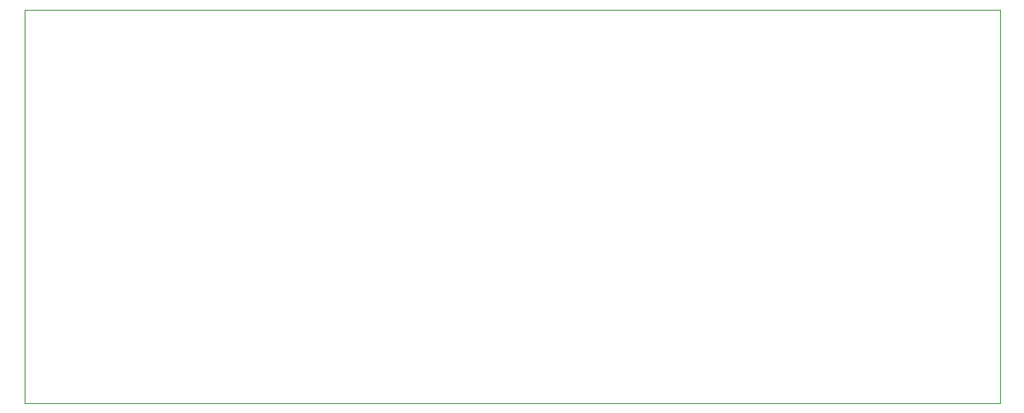
<source format=gbr>
%TF.GenerationSoftware,Altium Limited,Altium Designer,25.5.2 (35)*%
G04 Layer_Color=0*
%FSLAX45Y45*%
%MOMM*%
%TF.SameCoordinates,50C6A35A-3351-48EA-99BD-CB12244F42B2*%
%TF.FilePolarity,Positive*%
%TF.FileFunction,Profile,NP*%
%TF.Part,Single*%
G01*
G75*
%TA.AperFunction,Profile*%
%ADD81C,0.02540*%
D81*
X12738Y15894D02*
Y4068134D01*
X10062593D01*
Y15894D01*
X12738D01*
%TF.MD5,a8b2e19ca1caf5f55b2697198855d22d*%
M02*

</source>
